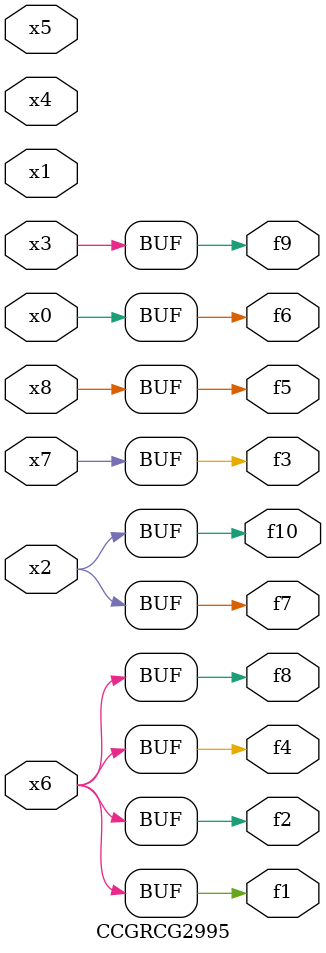
<source format=v>
module CCGRCG2995(
	input x0, x1, x2, x3, x4, x5, x6, x7, x8,
	output f1, f2, f3, f4, f5, f6, f7, f8, f9, f10
);
	assign f1 = x6;
	assign f2 = x6;
	assign f3 = x7;
	assign f4 = x6;
	assign f5 = x8;
	assign f6 = x0;
	assign f7 = x2;
	assign f8 = x6;
	assign f9 = x3;
	assign f10 = x2;
endmodule

</source>
